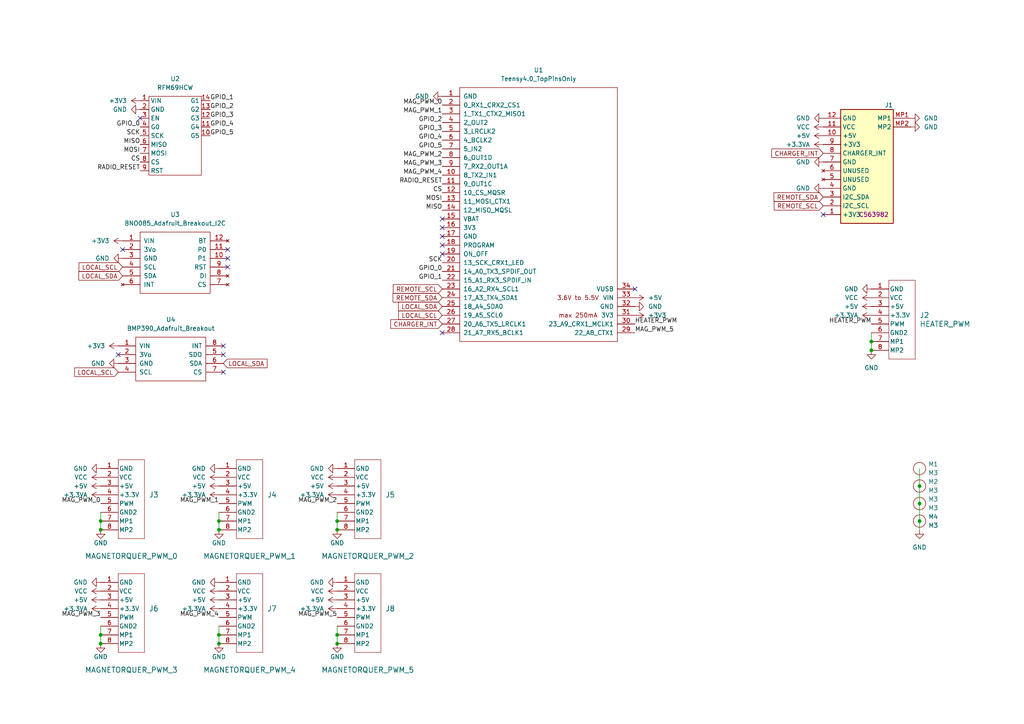
<source format=kicad_sch>
(kicad_sch (version 20230121) (generator eeschema)
  (paper "A4")
  (lib_symbols
    (symbol "Mounting Holes:Mounting_Hole_M3_ISO_7380" (in_bom no)
      (property "Reference" "M" (at 0 0 0))
      (symbol "Mounting_Hole_M3_ISO_7380_0_1"
        (circle (center 0 0) (radius 1.7961))
      )
      (symbol "Mounting_Hole_M3_ISO_7380_1_1"
        (pin passive line (at 0 0 0) (length 2.54) hide (name "Hole") (number "1"))
      )
    )
    (symbol "TVSC:BMP390_Adafruit_Breakout" (pin_names (offset 1.016))
      (property "Reference" "U" (at 0 36.83 0))
      (property "Value" "BMP390_Adafruit_Breakout" (at 0 20.32 0))
      (symbol "BMP390_Adafruit_Breakout_0_1"
        (rectangle (start -10.16 35.56) (end 10.16 22.86))
      )
      (symbol "BMP390_Adafruit_Breakout_1_0"
        (pin output line (at 15.24 30.48 180) (length 5.08) (name "SDO") (number "5"))
        (pin input line (at 15.24 27.94 180) (length 5.08) (name "SDA") (number "6"))
        (pin input line (at 15.24 25.4 180) (length 5.08) (name "CS") (number "7"))
        (pin output line (at 15.24 33.02 180) (length 5.08) (name "INT") (number "8"))
      )
      (symbol "BMP390_Adafruit_Breakout_1_1"
        (pin power_in line (at -15.24 33.02 0) (length 5.08) (name "VIN") (number "1"))
        (pin power_out line (at -15.24 30.48 0) (length 5.08) (name "3Vo") (number "2"))
        (pin power_in line (at -15.24 27.94 0) (length 5.08) (name "GND") (number "3"))
        (pin input line (at -15.24 25.4 0) (length 5.08) (name "SCL") (number "4"))
      )
    )
    (symbol "TVSC:BNO085_Adafruit_Breakout_I2C" (pin_names (offset 1.016))
      (property "Reference" "U" (at 0 39.37 0))
      (property "Value" "BNO085_Adafruit_Breakout_I2C" (at 0 16.51 0))
      (symbol "BNO085_Adafruit_Breakout_I2C_0_1"
        (rectangle (start -10.16 36.83) (end 10.16 19.05))
      )
      (symbol "BNO085_Adafruit_Breakout_I2C_1_0"
        (pin input line (at 15.24 29.21 180) (length 5.08) (name "P1") (number "10"))
        (pin input line (at 15.24 31.75 180) (length 5.08) (name "P0") (number "11"))
        (pin no_connect line (at 15.24 34.29 180) (length 5.08) (name "BT") (number "12"))
        (pin output line (at -15.24 24.13 0) (length 5.08) (name "SDA") (number "5"))
        (pin no_connect line (at -15.24 21.59 0) (length 5.08) (name "INT") (number "6"))
        (pin no_connect line (at 15.24 21.59 180) (length 5.08) (name "CS") (number "7"))
        (pin no_connect line (at 15.24 24.13 180) (length 5.08) (name "DI") (number "8"))
        (pin input line (at 15.24 26.67 180) (length 5.08) (name "RST") (number "9"))
      )
      (symbol "BNO085_Adafruit_Breakout_I2C_1_1"
        (pin power_in line (at -15.24 34.29 0) (length 5.08) (name "VIN") (number "1"))
        (pin power_out line (at -15.24 31.75 0) (length 5.08) (name "3Vo") (number "2"))
        (pin power_in line (at -15.24 29.21 0) (length 5.08) (name "GND") (number "3"))
        (pin input line (at -15.24 26.67 0) (length 5.08) (name "SCL") (number "4"))
      )
    )
    (symbol "TVSC:CPU_PWM_Header" (pin_names (offset 0.254))
      (property "Reference" "J" (at 0 12.7 0))
      (property "Value" "CPU_PWM_Header" (at 0 -12.7 0))
      (symbol "CPU_PWM_Header_1_1"
        (polyline (pts (xy -3.81 -11.43) (xy 3.81 -11.43)) (stroke (width 0.127)))
        (polyline (pts (xy -3.81 11.43) (xy -3.81 -11.43)) (stroke (width 0.127)))
        (polyline (pts (xy 3.81 -11.43) (xy 3.81 11.43)) (stroke (width 0.127)))
        (polyline (pts (xy 3.81 11.43) (xy -3.81 11.43)) (stroke (width 0.127)))
        (pin power_in line (at -8.89 8.89 0) (length 5.08) (name "GND") (number "1"))
        (pin power_in line (at -8.89 6.35 0) (length 5.08) (name "VCC") (number "2"))
        (pin power_in line (at -8.89 3.81 0) (length 5.08) (name "+5V") (number "3"))
        (pin power_in line (at -8.89 1.27 0) (length 5.08) (name "+3.3V") (number "4"))
        (pin input line (at -8.89 -1.27 0) (length 5.08) (name "PWM") (number "5"))
        (pin power_in line (at -8.89 -3.81 0) (length 5.08) (name "GND2") (number "6"))
        (pin passive line (at -8.89 -6.35 0) (length 5.08) (name "MP1") (number "7"))
        (pin passive line (at -8.89 -8.89 0) (length 5.08) (name "MP2") (number "8"))
      )
      (symbol "CPU_PWM_Header_1_2"
        (polyline (pts (xy 5.08 -20.32) (xy 12.7 -20.32)) (stroke (width 0.127)))
        (polyline (pts (xy 5.08 2.54) (xy 5.08 -20.32)) (stroke (width 0.127)))
        (polyline (pts (xy 7.62 -17.78) (xy 5.08 -17.78)) (stroke (width 0.127)))
        (polyline (pts (xy 7.62 -17.78) (xy 8.89 -18.6267)) (stroke (width 0.127)))
        (polyline (pts (xy 7.62 -17.78) (xy 8.89 -16.9333)) (stroke (width 0.127)))
        (polyline (pts (xy 7.62 -15.24) (xy 5.08 -15.24)) (stroke (width 0.127)))
        (polyline (pts (xy 7.62 -15.24) (xy 8.89 -16.0867)) (stroke (width 0.127)))
        (polyline (pts (xy 7.62 -15.24) (xy 8.89 -14.3933)) (stroke (width 0.127)))
        (polyline (pts (xy 7.62 -12.7) (xy 5.08 -12.7)) (stroke (width 0.127)))
        (polyline (pts (xy 7.62 -12.7) (xy 8.89 -13.5467)) (stroke (width 0.127)))
        (polyline (pts (xy 7.62 -12.7) (xy 8.89 -11.8533)) (stroke (width 0.127)))
        (polyline (pts (xy 7.62 -10.16) (xy 5.08 -10.16)) (stroke (width 0.127)))
        (polyline (pts (xy 7.62 -10.16) (xy 8.89 -11.0067)) (stroke (width 0.127)))
        (polyline (pts (xy 7.62 -10.16) (xy 8.89 -9.3133)) (stroke (width 0.127)))
        (polyline (pts (xy 7.62 -7.62) (xy 5.08 -7.62)) (stroke (width 0.127)))
        (polyline (pts (xy 7.62 -7.62) (xy 8.89 -8.4667)) (stroke (width 0.127)))
        (polyline (pts (xy 7.62 -7.62) (xy 8.89 -6.7733)) (stroke (width 0.127)))
        (polyline (pts (xy 7.62 -5.08) (xy 5.08 -5.08)) (stroke (width 0.127)))
        (polyline (pts (xy 7.62 -5.08) (xy 8.89 -5.9267)) (stroke (width 0.127)))
        (polyline (pts (xy 7.62 -5.08) (xy 8.89 -4.2333)) (stroke (width 0.127)))
        (polyline (pts (xy 7.62 -2.54) (xy 5.08 -2.54)) (stroke (width 0.127)))
        (polyline (pts (xy 7.62 -2.54) (xy 8.89 -3.3867)) (stroke (width 0.127)))
        (polyline (pts (xy 7.62 -2.54) (xy 8.89 -1.6933)) (stroke (width 0.127)))
        (polyline (pts (xy 7.62 0) (xy 5.08 0)) (stroke (width 0.127)))
        (polyline (pts (xy 7.62 0) (xy 8.89 -0.8467)) (stroke (width 0.127)))
        (polyline (pts (xy 7.62 0) (xy 8.89 0.8467)) (stroke (width 0.127)))
        (polyline (pts (xy 12.7 -20.32) (xy 12.7 2.54)) (stroke (width 0.127)))
        (polyline (pts (xy 12.7 2.54) (xy 5.08 2.54)) (stroke (width 0.127)))
        (pin unspecified line (at 0 0 0) (length 5.08) (name "1") (number "1"))
        (pin unspecified line (at 0 -2.54 0) (length 5.08) (name "2") (number "2"))
        (pin unspecified line (at 0 -5.08 0) (length 5.08) (name "3") (number "3"))
        (pin unspecified line (at 0 -7.62 0) (length 5.08) (name "4") (number "4"))
        (pin unspecified line (at 0 -10.16 0) (length 5.08) (name "5") (number "5"))
        (pin unspecified line (at 0 -12.7 0) (length 5.08) (name "6") (number "6"))
        (pin unspecified line (at 0 -15.24 0) (length 5.08) (name "7") (number "7"))
        (pin unspecified line (at 0 -17.78 0) (length 5.08) (name "8") (number "8"))
      )
    )
    (symbol "TVSC:Interconnect_Power_CPU-CPU_side"
      (property "Reference" "J" (at 20.32 3.81 0))
      (property "MPN" "C563982" (at 19.05 -27.94 0))
      (symbol "Interconnect_Power_CPU-CPU_side_1_1"
        (rectangle (start 5.08 2.54) (end 20.32 -30.48) (stroke (width 0.254)) (fill (type background)))
        (pin passive line (at 0 -27.94 0) (length 5.08) (name "+3V3") (number "1"))
        (pin power_out line (at 0 -5.08 0) (length 5.08) (name "+5V") (number "10"))
        (pin power_out line (at 0 -2.54 0) (length 5.08) (name "VCC") (number "11"))
        (pin power_out line (at 0 0 0) (length 5.08) (name "GND") (number "12"))
        (pin input line (at 0 -25.4 0) (length 5.08) (name "I2C_SCL") (number "2"))
        (pin bidirectional line (at 0 -22.86 0) (length 5.08) (name "I2C_SDA") (number "3"))
        (pin passive line (at 0 -20.32 0) (length 5.08) (name "GND") (number "4"))
        (pin no_connect line (at 0 -17.78 0) (length 5.08) (name "UNUSED") (number "5"))
        (pin no_connect line (at 0 -15.24 0) (length 5.08) (name "UNUSED") (number "6"))
        (pin passive line (at 0 -12.7 0) (length 5.08) (name "GND") (number "7"))
        (pin output line (at 0 -10.16 0) (length 5.08) (name "CHARGER_INT") (number "8"))
        (pin power_out line (at 0 -7.62 0) (length 5.08) (name "+3V3") (number "9"))
        (pin power_in line (at 25.4 0 180) (length 5.08) (name "MP1") (number "MP1"))
        (pin power_in line (at 25.4 -2.54 180) (length 5.08) (name "MP2") (number "MP2"))
      )
    )
    (symbol "TVSC:RFM69HCW_Adafruit_Breakout"
      (property "Reference" "U" (at 0 0 0))
      (property "Value" "RFM69HCW" (at 0 12.7 0))
      (symbol "RFM69HCW_Adafruit_Breakout_0_1"
        (rectangle (start -7.62 10.16) (end 7.62 -12.7))
      )
      (symbol "RFM69HCW_Adafruit_Breakout_1_1"
        (pin power_in line (at -10.16 8.89 0) (length 2.54) (name "VIN") (number "1"))
        (pin bidirectional line (at 10.16 -1.27 180) (length 2.54) (name "G5") (number "10"))
        (pin bidirectional line (at 10.16 1.27 180) (length 2.54) (name "G4") (number "11"))
        (pin bidirectional line (at 10.16 3.81 180) (length 2.54) (name "G3") (number "12"))
        (pin bidirectional line (at 10.16 6.35 180) (length 2.54) (name "G2") (number "13"))
        (pin bidirectional line (at 10.16 8.89 180) (length 2.54) (name "G1") (number "14"))
        (pin power_in line (at -10.16 6.35 0) (length 2.54) (name "GND") (number "2"))
        (pin open_collector line (at -10.16 3.81 0) (length 2.54) (name "EN") (number "3"))
        (pin bidirectional line (at -10.16 1.27 0) (length 2.54) (name "G0") (number "4"))
        (pin input line (at -10.16 -1.27 0) (length 2.54) (name "SCK") (number "5"))
        (pin output line (at -10.16 -3.81 0) (length 2.54) (name "MISO") (number "6"))
        (pin input line (at -10.16 -6.35 0) (length 2.54) (name "MOSI") (number "7"))
        (pin input line (at -10.16 -8.89 0) (length 2.54) (name "CS") (number "8"))
        (pin open_collector line (at -10.16 -11.43 0) (length 2.54) (name "RST") (number "9"))
      )
    )
    (symbol "TVSC:Teensy4.0_TopPinsOnly" (pin_names (offset 1.016))
      (property "Reference" "U" (at 0 38.1 0))
      (property "Value" "Teensy4.0_TopPinsOnly" (at 0 -39.37 0))
      (symbol "Teensy4.0_TopPinsOnly_0_0"
        (text "3.6V to 5.5V" (at 11.43 -24.13 0) (effects (font (size 1.27 1.27))))
        (text "max 250mA" (at 11.43 -29.21 0) (effects (font (size 1.27 1.27))))
        (pin bidirectional line (at -27.94 11.43 0) (length 5.08) (name "8_TX2_IN1") (number "10"))
        (pin bidirectional line (at -27.94 8.89 0) (length 5.08) (name "9_OUT1C") (number "11"))
        (pin bidirectional line (at -27.94 6.35 0) (length 5.08) (name "10_CS_MQSR") (number "12"))
        (pin bidirectional line (at -27.94 3.81 0) (length 5.08) (name "11_MOSI_CTX1") (number "13"))
        (pin bidirectional line (at -27.94 1.27 0) (length 5.08) (name "12_MISO_MQSL") (number "14"))
        (pin power_in line (at -27.94 -1.27 0) (length 5.08) (name "VBAT") (number "15"))
        (pin power_in line (at -27.94 -3.81 0) (length 5.08) (name "3V3") (number "16"))
        (pin power_in line (at -27.94 -6.35 0) (length 5.08) (name "GND") (number "17"))
        (pin input line (at -27.94 -8.89 0) (length 5.08) (name "PROGRAM") (number "18"))
        (pin input line (at -27.94 -11.43 0) (length 5.08) (name "ON_OFF") (number "19"))
        (pin bidirectional line (at -27.94 -13.97 0) (length 5.08) (name "13_SCK_CRX1_LED") (number "20"))
        (pin bidirectional line (at -27.94 -16.51 0) (length 5.08) (name "14_A0_TX3_SPDIF_OUT") (number "21"))
        (pin bidirectional line (at -27.94 -19.05 0) (length 5.08) (name "15_A1_RX3_SPDIF_IN") (number "22"))
        (pin bidirectional line (at -27.94 -21.59 0) (length 5.08) (name "16_A2_RX4_SCL1") (number "23"))
        (pin bidirectional line (at -27.94 -24.13 0) (length 5.08) (name "17_A3_TX4_SDA1") (number "24"))
        (pin bidirectional line (at -27.94 -26.67 0) (length 5.08) (name "18_A4_SDA0") (number "25"))
        (pin bidirectional line (at -27.94 -29.21 0) (length 5.08) (name "19_A5_SCL0") (number "26"))
        (pin bidirectional line (at -27.94 -31.75 0) (length 5.08) (name "20_A6_TX5_LRCLK1") (number "27"))
        (pin bidirectional line (at -27.94 -34.29 0) (length 5.08) (name "21_A7_RX5_BCLK1") (number "28"))
        (pin bidirectional line (at 27.94 -34.29 180) (length 5.08) (name "22_A8_CTX1") (number "29"))
        (pin bidirectional line (at 27.94 -31.75 180) (length 5.08) (name "23_A9_CRX1_MCLK1") (number "30"))
        (pin power_out line (at 27.94 -29.21 180) (length 5.08) (name "3V3") (number "31"))
        (pin power_in line (at 27.94 -26.67 180) (length 5.08) (name "GND") (number "32"))
        (pin power_in line (at 27.94 -24.13 180) (length 5.08) (name "VIN") (number "33"))
        (pin power_out line (at 27.94 -21.59 180) (length 5.08) (name "VUSB") (number "34"))
        (pin bidirectional line (at -27.94 24.13 0) (length 5.08) (name "3_LRCLK2") (number "5"))
        (pin bidirectional line (at -27.94 21.59 0) (length 5.08) (name "4_BCLK2") (number "6"))
        (pin bidirectional line (at -27.94 19.05 0) (length 5.08) (name "5_IN2") (number "7"))
        (pin bidirectional line (at -27.94 16.51 0) (length 5.08) (name "6_OUT1D") (number "8"))
        (pin bidirectional line (at -27.94 13.97 0) (length 5.08) (name "7_RX2_OUT1A") (number "9"))
      )
      (symbol "Teensy4.0_TopPinsOnly_0_1"
        (rectangle (start -22.86 36.83) (end 22.86 -36.83))
        (rectangle (start -20.32 -31.75) (end -20.32 -31.75))
      )
      (symbol "Teensy4.0_TopPinsOnly_1_1"
        (pin power_in line (at -27.94 34.29 0) (length 5.08) (name "GND") (number "1"))
        (pin bidirectional line (at -27.94 31.75 0) (length 5.08) (name "0_RX1_CRX2_CS1") (number "2"))
        (pin bidirectional line (at -27.94 29.21 0) (length 5.08) (name "1_TX1_CTX2_MISO1") (number "3"))
        (pin bidirectional line (at -27.94 26.67 0) (length 5.08) (name "2_OUT2") (number "4"))
      )
    )
    (symbol "power:+3.3VA" (power) (pin_names (offset 0))
      (property "Value" "+3.3VA" (at 0 3.556 0))
      (symbol "+3.3VA_0_1"
        (polyline (pts (xy -0.762 1.27) (xy 0 2.54)))
        (polyline (pts (xy 0 0) (xy 0 2.54)))
        (polyline (pts (xy 0 2.54) (xy 0.762 1.27)))
      )
      (symbol "+3.3VA_1_1"
        (pin power_in line (at 0 0 90) (length 0) hide (name "+3.3VA") (number "1"))
      )
    )
    (symbol "power:+3V3" (power) (pin_names (offset 0))
      (property "Value" "+3V3" (at 0 3.556 0))
      (symbol "+3V3_0_1"
        (polyline (pts (xy -0.762 1.27) (xy 0 2.54)))
        (polyline (pts (xy 0 0) (xy 0 2.54)))
        (polyline (pts (xy 0 2.54) (xy 0.762 1.27)))
      )
      (symbol "+3V3_1_1"
        (pin power_in line (at 0 0 90) (length 0) hide (name "+3V3") (number "1"))
      )
    )
    (symbol "power:+5V" (power) (pin_names (offset 0))
      (property "Value" "+5V" (at 0 3.556 0))
      (symbol "+5V_0_1"
        (polyline (pts (xy -0.762 1.27) (xy 0 2.54)))
        (polyline (pts (xy 0 0) (xy 0 2.54)))
        (polyline (pts (xy 0 2.54) (xy 0.762 1.27)))
      )
      (symbol "+5V_1_1"
        (pin power_in line (at 0 0 90) (length 0) hide (name "+5V") (number "1"))
      )
    )
    (symbol "power:GND" (power) (pin_names (offset 0))
      (property "Value" "GND" (at 0 -3.81 0))
      (symbol "GND_0_1"
        (polyline (pts (xy 0 0) (xy 0 -1.27) (xy 1.27 -1.27) (xy 0 -2.54) (xy -1.27 -1.27) (xy 0 -1.27)))
      )
      (symbol "GND_1_1"
        (pin power_in line (at 0 0 270) (length 0) hide (name "GND") (number "1"))
      )
    )
    (symbol "power:VCC" (power) (pin_names (offset 0))
      (property "Value" "VCC" (at 0 3.81 0))
      (symbol "VCC_0_1"
        (polyline (pts (xy -0.762 1.27) (xy 0 2.54)))
        (polyline (pts (xy 0 0) (xy 0 2.54)))
        (polyline (pts (xy 0 2.54) (xy 0.762 1.27)))
      )
      (symbol "VCC_1_1"
        (pin power_in line (at 0 0 90) (length 0) hide (name "VCC") (number "1"))
      )
    )
  )
  (junction (at 252.73 101.6))
  (junction (at 266.7 151.13))
  (junction (at 97.79 153.67))
  (junction (at 29.21 151.13))
  (junction (at 63.5 186.69))
  (junction (at 63.5 151.13))
  (junction (at 266.7 146.05))
  (junction (at 29.21 153.67))
  (junction (at 252.73 99.06))
  (junction (at 29.21 186.69))
  (junction (at 29.21 184.15))
  (junction (at 97.79 186.69))
  (junction (at 63.5 153.67))
  (junction (at 63.5 184.15))
  (junction (at 97.79 184.15))
  (junction (at 266.7 140.97))
  (junction (at 97.79 151.13))
  (no_connect (at 66.04 74.93))
  (no_connect (at 64.77 107.95))
  (no_connect (at 66.04 77.47))
  (no_connect (at 238.76 62.23))
  (no_connect (at 184.15 83.82))
  (no_connect (at 128.27 66.04))
  (no_connect (at 35.56 72.39))
  (no_connect (at 128.27 63.5))
  (no_connect (at 66.04 72.39))
  (no_connect (at 34.29 102.87))
  (no_connect (at 64.77 102.87))
  (no_connect (at 128.27 73.66))
  (no_connect (at 40.64 34.29))
  (no_connect (at 128.27 68.58))
  (no_connect (at 128.27 96.52))
  (no_connect (at 64.77 100.33))
  (no_connect (at 128.27 71.12))
  (wire (pts (xy 63.5 181.61) (xy 63.5 184.15)))
  (wire (pts (xy 63.5 184.15) (xy 63.5 186.69)))
  (wire (pts (xy 252.73 101.6) (xy 252.73 99.06)))
  (wire (pts (xy 29.21 148.59) (xy 29.21 151.13)))
  (wire (pts (xy 266.7 151.13) (xy 266.7 153.67)))
  (wire (pts (xy 266.7 146.05) (xy 266.7 151.13)))
  (wire (pts (xy 97.79 148.59) (xy 97.79 151.13)))
  (wire (pts (xy 266.7 140.97) (xy 266.7 146.05)))
  (wire (pts (xy 97.79 181.61) (xy 97.79 184.15)))
  (wire (pts (xy 266.7 135.89) (xy 266.7 140.97)))
  (wire (pts (xy 29.21 151.13) (xy 29.21 153.67)))
  (wire (pts (xy 63.5 148.59) (xy 63.5 151.13)))
  (wire (pts (xy 97.79 184.15) (xy 97.79 186.69)))
  (wire (pts (xy 97.79 151.13) (xy 97.79 153.67)))
  (wire (pts (xy 63.5 151.13) (xy 63.5 153.67)))
  (wire (pts (xy 29.21 184.15) (xy 29.21 186.69)))
  (wire (pts (xy 252.73 99.06) (xy 252.73 96.52)))
  (wire (pts (xy 29.21 181.61) (xy 29.21 184.15)))
  (label "MAG_PWM_5" (at 184.15 96.52 0))
  (label "MAG_PWM_3" (at 29.21 179.07 180))
  (label "SCK" (at 40.64 39.37 180))
  (label "RADIO_RESET" (at 40.64 49.53 180))
  (label "MAG_PWM_0" (at 128.27 30.48 180))
  (label "MAG_PWM_5" (at 97.79 179.07 180))
  (label "MAG_PWM_3" (at 128.27 48.26 180))
  (label "MAG_PWM_2" (at 97.79 146.05 180))
  (label "MOSI" (at 40.64 44.45 180))
  (label "GPIO_1" (at 60.96 29.21 0))
  (label "GPIO_5" (at 60.96 39.37 0))
  (label "MAG_PWM_4" (at 128.27 50.8 180))
  (label "GPIO_2" (at 60.96 31.75 0))
  (label "GPIO_4" (at 60.96 36.83 0))
  (label "MAG_PWM_1" (at 63.5 146.05 180))
  (label "GPIO_2" (at 128.27 35.56 180))
  (label "HEATER_PWM" (at 184.15 93.98 0))
  (label "GPIO_5" (at 128.27 43.18 180))
  (label "MAG_PWM_0" (at 29.21 146.05 180))
  (label "MISO" (at 128.27 60.96 180))
  (label "MAG_PWM_1" (at 128.27 33.02 180))
  (label "CS" (at 128.27 55.88 180))
  (label "GPIO_0" (at 128.27 78.74 180))
  (label "MAG_PWM_4" (at 63.5 179.07 180))
  (label "SCK" (at 128.27 76.2 180))
  (label "GPIO_4" (at 128.27 40.64 180))
  (label "HEATER_PWM" (at 252.73 93.98 180))
  (label "MOSI" (at 128.27 58.42 180))
  (label "CS" (at 40.64 46.99 180))
  (label "GPIO_3" (at 128.27 38.1 180))
  (label "MISO" (at 40.64 41.91 180))
  (label "GPIO_3" (at 60.96 34.29 0))
  (label "RADIO_RESET" (at 128.27 53.34 180))
  (label "GPIO_1" (at 128.27 81.28 180))
  (label "GPIO_0" (at 40.64 36.83 180))
  (label "MAG_PWM_2" (at 128.27 45.72 180))
  (global_label "CHARGER_INT" (shape input) (at 238.76 44.45 180) (property "Intersheetrefs" "${INTERSHEET_REFS}" (effects hide)))
  (global_label "LOCAL_SCL" (shape input) (at 35.56 77.47 180) (property "Intersheetrefs" "${INTERSHEET_REFS}" (effects hide)))
  (global_label "LOCAL_SDA" (shape input) (at 35.56 80.01 180) (property "Intersheetrefs" "${INTERSHEET_REFS}" (effects hide)))
  (global_label "LOCAL_SCL" (shape input) (at 128.27 91.44 180) (property "Intersheetrefs" "${INTERSHEET_REFS}" (effects hide)))
  (global_label "REMOTE_SDA" (shape input) (at 128.27 86.36 180) (property "Intersheetrefs" "${INTERSHEET_REFS}" (effects hide)))
  (global_label "REMOTE_SCL" (shape input) (at 238.76 59.69 180) (property "Intersheetrefs" "${INTERSHEET_REFS}" (effects hide)))
  (global_label "LOCAL_SDA" (shape input) (at 64.77 105.41 0) (property "Intersheetrefs" "${INTERSHEET_REFS}" (effects hide)))
  (global_label "LOCAL_SCL" (shape input) (at 34.29 107.95 180) (property "Intersheetrefs" "${INTERSHEET_REFS}" (effects hide)))
  (global_label "LOCAL_SDA" (shape input) (at 128.27 88.9 180) (property "Intersheetrefs" "${INTERSHEET_REFS}" (effects hide)))
  (global_label "CHARGER_INT" (shape input) (at 128.27 93.98 180) (property "Intersheetrefs" "${INTERSHEET_REFS}" (effects hide)))
  (global_label "REMOTE_SDA" (shape input) (at 238.76 57.15 180) (property "Intersheetrefs" "${INTERSHEET_REFS}" (effects hide)))
  (global_label "REMOTE_SCL" (shape input) (at 128.27 83.82 180) (property "Intersheetrefs" "${INTERSHEET_REFS}" (effects hide)))
  (symbol (lib_id "power:VCC") (at 63.5 138.43 90) (unit 1)
    (property "Reference" "#PWR020" (effects hide))
    (property "Value" "VCC" (at 59.69 138.43 90) (effects (justify left)))
  )
  (symbol (lib_id "power:GND") (at 264.16 34.29 90) (unit 1)
    (property "Reference" "#PWR0108" (effects hide))
    (property "Value" "GND" (at 267.97 34.29 90) (effects (justify right)))
  )
  (symbol (lib_id "power:GND") (at 40.64 31.75 270) (unit 1)
    (property "Reference" "#PWR0111" (effects hide))
    (property "Value" "GND" (at 36.83 31.75 90) (effects (justify right)))
  )
  (symbol (lib_id "power:GND") (at 97.79 153.67 0) (unit 1)
    (property "Reference" "#PWR028" (effects hide))
    (property "Value" "GND" (at 97.79 157.48 0))
  )
  (symbol (lib_id "power:+5V") (at 29.21 173.99 90) (unit 1)
    (property "Reference" "#PWR031" (effects hide))
    (property "Value" "+5V" (at 25.4 173.99 90) (effects (justify left)))
  )
  (symbol (lib_id "power:GND") (at 128.27 27.94 270) (unit 1)
    (property "Reference" "#PWR0110" (effects hide))
    (property "Value" "GND" (at 124.46 27.94 90) (effects (justify right)))
  )
  (symbol (lib_id "power:+3.3VA") (at 97.79 143.51 90) (unit 1)
    (property "Reference" "#PWR027" (effects hide))
    (property "Value" "+3.3VA" (at 93.98 143.51 90) (effects (justify left)))
  )
  (symbol (lib_id "TVSC:BNO085_Adafruit_Breakout_I2C") (at 50.8 104.14 0) (unit 1)
    (property "Reference" "U3" (at 50.8 62.23 0))
    (property "Value" "BNO085_Adafruit_Breakout_I2C" (at 50.8 64.77 0))
    (property "Footprint" "footprints:BNO085_Adafruit_Breakout" (effects hide))
  )
  (symbol (lib_id "power:GND") (at 252.73 83.82 270) (unit 1)
    (property "Reference" "#PWR08" (effects hide))
    (property "Value" "GND" (at 248.92 83.82 90) (effects (justify right)))
  )
  (symbol (lib_id "power:GND") (at 35.56 74.93 270) (unit 1)
    (property "Reference" "#PWR01" (effects hide))
    (property "Value" "GND" (at 31.75 74.93 90) (effects (justify right)))
  )
  (symbol (lib_id "power:GND") (at 97.79 186.69 0) (unit 1)
    (property "Reference" "#PWR043" (effects hide))
    (property "Value" "GND" (at 97.79 190.5 0))
  )
  (symbol (lib_id "power:+3.3VA") (at 238.76 41.91 90) (unit 1)
    (property "Reference" "#PWR07" (effects hide))
    (property "Value" "+3.3VA" (at 234.95 41.91 90) (effects (justify left)))
  )
  (symbol (lib_id "power:+5V") (at 238.76 39.37 90) (unit 1)
    (property "Reference" "#PWR044" (effects hide))
    (property "Value" "+5V" (at 234.95 39.37 90) (effects (justify left)))
  )
  (symbol (lib_id "power:GND") (at 266.7 153.67 0) (unit 1)
    (property "Reference" "#PWR05" (effects hide))
    (property "Value" "GND" (at 266.7 158.75 0))
  )
  (symbol (lib_id "TVSC:CPU_PWM_Header") (at 106.68 177.8 0) (unit 1)
    (property "Reference" "J8" (at 111.76 176.53 0) (effects (font (size 1.524 1.524)) (justify left)))
    (property "Value" "MAGNETORQUER_PWM_5" (at 106.68 194.31 0) (effects (font (size 1.524 1.524))))
    (property "Footprint" "footprints:Molex_5013310607" (effects hide))
    (property "Datasheet" "https://www.molex.com/en-us/products/part-detail/5013310607" (effects hide))
    (property "MPN" "C587861" (effects hide))
    (property "Manufacturer" "Molex" (effects hide))
    (property "Manufacturer Part Number" "5013310607" (effects hide))
  )
  (symbol (lib_id "TVSC:CPU_PWM_Header") (at 72.39 177.8 0) (unit 1)
    (property "Reference" "J7" (at 77.47 176.53 0) (effects (font (size 1.524 1.524)) (justify left)))
    (property "Value" "MAGNETORQUER_PWM_4" (at 72.39 194.31 0) (effects (font (size 1.524 1.524))))
    (property "Footprint" "footprints:Molex_5013310607" (effects hide))
    (property "Datasheet" "https://www.molex.com/en-us/products/part-detail/5013310607" (effects hide))
    (property "MPN" "C587861" (effects hide))
    (property "Manufacturer" "Molex" (effects hide))
    (property "Manufacturer Part Number" "5013310607" (effects hide))
  )
  (symbol (lib_id "power:+5V") (at 97.79 140.97 90) (unit 1)
    (property "Reference" "#PWR026" (effects hide))
    (property "Value" "+5V" (at 93.98 140.97 90) (effects (justify left)))
  )
  (symbol (lib_id "power:GND") (at 63.5 135.89 270) (unit 1)
    (property "Reference" "#PWR019" (effects hide))
    (property "Value" "GND" (at 59.69 135.89 90) (effects (justify right)))
  )
  (symbol (lib_id "power:+3V3") (at 184.15 91.44 270) (unit 1)
    (property "Reference" "#PWR0106" (effects hide))
    (property "Value" "+3V3" (at 187.96 91.44 90) (effects (justify left)))
  )
  (symbol (lib_id "power:GND") (at 238.76 34.29 270) (unit 1)
    (property "Reference" "#PWR045" (effects hide))
    (property "Value" "GND" (at 234.95 34.29 90) (effects (justify right)))
  )
  (symbol (lib_id "power:+3.3VA") (at 63.5 176.53 90) (unit 1)
    (property "Reference" "#PWR037" (effects hide))
    (property "Value" "+3.3VA" (at 59.69 176.53 90) (effects (justify left)))
  )
  (symbol (lib_id "TVSC:CPU_PWM_Header") (at 38.1 144.78 0) (unit 1)
    (property "Reference" "J3" (at 43.18 143.51 0) (effects (font (size 1.524 1.524)) (justify left)))
    (property "Value" "MAGNETORQUER_PWM_0" (at 38.1 161.29 0) (effects (font (size 1.524 1.524))))
    (property "Footprint" "footprints:Molex_5013310607" (effects hide))
    (property "Datasheet" "https://www.molex.com/en-us/products/part-detail/5013310607" (effects hide))
    (property "MPN" "C587861" (effects hide))
    (property "Manufacturer" "Molex" (effects hide))
    (property "Manufacturer Part Number" "5013310607" (effects hide))
  )
  (symbol (lib_id "TVSC:CPU_PWM_Header") (at 261.62 92.71 0) (unit 1)
    (property "Reference" "J2" (at 266.7 91.44 0) (effects (font (size 1.524 1.524)) (justify left)))
    (property "Value" "HEATER_PWM" (at 266.7 93.98 0) (effects (font (size 1.524 1.524)) (justify left)))
    (property "Footprint" "footprints:Molex_5013310607" (effects hide))
    (property "Datasheet" "https://www.molex.com/en-us/products/part-detail/5013310607" (effects hide))
    (property "MPN" "C587861" (effects hide))
    (property "Manufacturer" "Molex" (effects hide))
    (property "Manufacturer Part Number" "5013310607" (effects hide))
  )
  (symbol (lib_id "TVSC:Teensy4.0_TopPinsOnly") (at 156.21 62.23 0) (unit 1)
    (property "Reference" "U1" (at 156.21 20.32 0))
    (property "Value" "Teensy4.0_TopPinsOnly" (at 156.21 22.86 0))
    (property "Footprint" "footprints:Teensy40_TopPinsOnly" (effects hide))
  )
  (symbol (lib_id "power:VCC") (at 252.73 86.36 90) (unit 1)
    (property "Reference" "#PWR012" (effects hide))
    (property "Value" "VCC" (at 248.92 86.36 90) (effects (justify left)))
  )
  (symbol (lib_id "Mounting Holes:Mounting_Hole_M3_ISO_7380") (at 266.7 151.13 0) (unit 1) (in_bom no)
    (property "Reference" "M4" (at 269.24 149.86 0) (effects (justify left)))
    (property "Value" "M3" (at 269.24 152.4 0) (effects (justify left)))
    (property "Footprint" "MountingHole:MountingHole_3.2mm_M3_ISO7380_Pad_TopBottom" (effects hide))
  )
  (symbol (lib_id "power:GND") (at 63.5 168.91 270) (unit 1)
    (property "Reference" "#PWR034" (effects hide))
    (property "Value" "GND" (at 59.69 168.91 90) (effects (justify right)))
  )
  (symbol (lib_id "power:+3.3VA") (at 63.5 143.51 90) (unit 1)
    (property "Reference" "#PWR022" (effects hide))
    (property "Value" "+3.3VA" (at 59.69 143.51 90) (effects (justify left)))
  )
  (symbol (lib_id "power:VCC") (at 29.21 171.45 90) (unit 1)
    (property "Reference" "#PWR030" (effects hide))
    (property "Value" "VCC" (at 25.4 171.45 90) (effects (justify left)))
  )
  (symbol (lib_id "power:GND") (at 34.29 105.41 270) (unit 1)
    (property "Reference" "#PWR04" (effects hide))
    (property "Value" "GND" (at 30.48 105.41 90) (effects (justify right)))
  )
  (symbol (lib_id "power:VCC") (at 29.21 138.43 90) (unit 1)
    (property "Reference" "#PWR015" (effects hide))
    (property "Value" "VCC" (at 25.4 138.43 90) (effects (justify left)))
  )
  (symbol (lib_id "power:GND") (at 97.79 168.91 270) (unit 1)
    (property "Reference" "#PWR039" (effects hide))
    (property "Value" "GND" (at 93.98 168.91 90) (effects (justify right)))
  )
  (symbol (lib_id "TVSC:CPU_PWM_Header") (at 106.68 144.78 0) (unit 1)
    (property "Reference" "J5" (at 111.76 143.51 0) (effects (font (size 1.524 1.524)) (justify left)))
    (property "Value" "MAGNETORQUER_PWM_2" (at 106.68 161.29 0) (effects (font (size 1.524 1.524))))
    (property "Footprint" "footprints:Molex_5013310607" (effects hide))
    (property "Datasheet" "https://www.molex.com/en-us/products/part-detail/5013310607" (effects hide))
    (property "MPN" "C587861" (effects hide))
    (property "Manufacturer" "Molex" (effects hide))
    (property "Manufacturer Part Number" "5013310607" (effects hide))
  )
  (symbol (lib_id "power:+5V") (at 63.5 173.99 90) (unit 1)
    (property "Reference" "#PWR036" (effects hide))
    (property "Value" "+5V" (at 59.69 173.99 90) (effects (justify left)))
  )
  (symbol (lib_id "power:+5V") (at 252.73 88.9 90) (unit 1)
    (property "Reference" "#PWR011" (effects hide))
    (property "Value" "+5V" (at 248.92 88.9 90) (effects (justify left)))
  )
  (symbol (lib_id "power:GND") (at 252.73 101.6 0) (unit 1)
    (property "Reference" "#PWR09" (effects hide))
    (property "Value" "GND" (at 252.73 106.68 0))
  )
  (symbol (lib_id "power:VCC") (at 97.79 138.43 90) (unit 1)
    (property "Reference" "#PWR025" (effects hide))
    (property "Value" "VCC" (at 93.98 138.43 90) (effects (justify left)))
  )
  (symbol (lib_id "power:GND") (at 29.21 186.69 0) (unit 1)
    (property "Reference" "#PWR033" (effects hide))
    (property "Value" "GND" (at 29.21 190.5 0))
  )
  (symbol (lib_id "Mounting Holes:Mounting_Hole_M3_ISO_7380") (at 266.7 135.89 0) (unit 1) (in_bom no)
    (property "Reference" "M1" (at 269.24 134.62 0) (effects (justify left)))
    (property "Value" "M3" (at 269.24 137.16 0) (effects (justify left)))
    (property "Footprint" "MountingHole:MountingHole_3.2mm_M3_ISO7380_Pad_TopBottom" (effects hide))
  )
  (symbol (lib_id "power:GND") (at 238.76 54.61 270) (unit 1)
    (property "Reference" "#PWR047" (effects hide))
    (property "Value" "GND" (at 234.95 54.61 90) (effects (justify right)))
  )
  (symbol (lib_id "power:GND") (at 29.21 168.91 270) (unit 1)
    (property "Reference" "#PWR029" (effects hide))
    (property "Value" "GND" (at 25.4 168.91 90) (effects (justify right)))
  )
  (symbol (lib_id "power:VCC") (at 238.76 36.83 90) (unit 1)
    (property "Reference" "#PWR06" (effects hide))
    (property "Value" "VCC" (at 234.95 36.83 90) (effects (justify left)))
  )
  (symbol (lib_id "TVSC:BMP390_Adafruit_Breakout") (at 49.53 133.35 0) (unit 1)
    (property "Reference" "U4" (at 49.53 92.71 0))
    (property "Value" "BMP390_Adafruit_Breakout" (at 49.53 95.25 0))
    (property "Footprint" "footprints:BMP390_Adafruit_Breakout" (effects hide))
  )
  (symbol (lib_id "TVSC:CPU_PWM_Header") (at 38.1 177.8 0) (unit 1)
    (property "Reference" "J6" (at 43.18 176.53 0) (effects (font (size 1.524 1.524)) (justify left)))
    (property "Value" "MAGNETORQUER_PWM_3" (at 38.1 194.31 0) (effects (font (size 1.524 1.524))))
    (property "Footprint" "footprints:Molex_5013310607" (effects hide))
    (property "Datasheet" "https://www.molex.com/en-us/products/part-detail/5013310607" (effects hide))
    (property "MPN" "C587861" (effects hide))
    (property "Manufacturer" "Molex" (effects hide))
    (property "Manufacturer Part Number" "5013310607" (effects hide))
  )
  (symbol (lib_id "power:+3.3VA") (at 29.21 176.53 90) (unit 1)
    (property "Reference" "#PWR032" (effects hide))
    (property "Value" "+3.3VA" (at 25.4 176.53 90) (effects (justify left)))
  )
  (symbol (lib_id "power:GND") (at 97.79 135.89 270) (unit 1)
    (property "Reference" "#PWR024" (effects hide))
    (property "Value" "GND" (at 93.98 135.89 90) (effects (justify right)))
  )
  (symbol (lib_id "power:+3V3") (at 40.64 29.21 90) (unit 1)
    (property "Reference" "#PWR0112" (effects hide))
    (property "Value" "+3V3" (at 36.83 29.21 90) (effects (justify left)))
  )
  (symbol (lib_id "power:GND") (at 63.5 186.69 0) (unit 1)
    (property "Reference" "#PWR038" (effects hide))
    (property "Value" "GND" (at 63.5 190.5 0))
  )
  (symbol (lib_id "power:GND") (at 29.21 135.89 270) (unit 1)
    (property "Reference" "#PWR014" (effects hide))
    (property "Value" "GND" (at 25.4 135.89 90) (effects (justify right)))
  )
  (symbol (lib_id "power:+5V") (at 29.21 140.97 90) (unit 1)
    (property "Reference" "#PWR016" (effects hide))
    (property "Value" "+5V" (at 25.4 140.97 90) (effects (justify left)))
  )
  (symbol (lib_id "power:+3.3VA") (at 97.79 176.53 90) (unit 1)
    (property "Reference" "#PWR042" (effects hide))
    (property "Value" "+3.3VA" (at 93.98 176.53 90) (effects (justify left)))
  )
  (symbol (lib_id "Mounting Holes:Mounting_Hole_M3_ISO_7380") (at 266.7 146.05 0) (unit 1) (in_bom no)
    (property "Reference" "M3" (at 269.24 144.78 0) (effects (justify left)))
    (property "Value" "M3" (at 269.24 147.32 0) (effects (justify left)))
    (property "Footprint" "MountingHole:MountingHole_3.2mm_M3_ISO7380_Pad_TopBottom" (effects hide))
  )
  (symbol (lib_id "power:GND") (at 29.21 153.67 0) (unit 1)
    (property "Reference" "#PWR018" (effects hide))
    (property "Value" "GND" (at 29.21 157.48 0))
  )
  (symbol (lib_id "power:VCC") (at 63.5 171.45 90) (unit 1)
    (property "Reference" "#PWR035" (effects hide))
    (property "Value" "VCC" (at 59.69 171.45 90) (effects (justify left)))
  )
  (symbol (lib_id "power:GND") (at 184.15 88.9 90) (unit 1)
    (property "Reference" "#PWR0105" (effects hide))
    (property "Value" "GND" (at 187.96 88.9 90) (effects (justify right)))
  )
  (symbol (lib_id "TVSC:RFM69HCW_Adafruit_Breakout") (at 50.8 38.1 0) (unit 1)
    (property "Reference" "U2" (at 50.8 22.86 0))
    (property "Value" "RFM69HCW" (at 50.8 25.4 0))
    (property "Footprint" "footprints:RFM69HCW_Adafruit_Breakout" (effects hide))
    (property "Datasheet" "https://learn.adafruit.com/adafruit-rfm69hcw-and-rfm96-rfm95-rfm98-lora-packet-padio-breakouts/overview" (effects hide))
  )
  (symbol (lib_id "power:+5V") (at 184.15 86.36 270) (unit 1)
    (property "Reference" "#PWR010" (effects hide))
    (property "Value" "+5V" (at 187.96 86.36 90) (effects (justify left)))
  )
  (symbol (lib_id "power:+5V") (at 63.5 140.97 90) (unit 1)
    (property "Reference" "#PWR021" (effects hide))
    (property "Value" "+5V" (at 59.69 140.97 90) (effects (justify left)))
  )
  (symbol (lib_id "power:+3.3VA") (at 29.21 143.51 90) (unit 1)
    (property "Reference" "#PWR017" (effects hide))
    (property "Value" "+3.3VA" (at 25.4 143.51 90) (effects (justify left)))
  )
  (symbol (lib_id "power:GND") (at 264.16 36.83 90) (unit 1)
    (property "Reference" "#PWR0109" (effects hide))
    (property "Value" "GND" (at 267.97 36.83 90) (effects (justify right)))
  )
  (symbol (lib_id "TVSC:Interconnect_Power_CPU-CPU_side") (at 238.76 34.29 0) (unit 1)
    (property "Reference" "J1" (at 257.81 30.48 0))
    (property "Value" "Interconnect_Power_CPU-Power_side" (effects hide))
    (property "Footprint" "footprints:5040501291" (effects hide))
    (property "Datasheet" "https://www.molex.com/en-us/products/part-detail/5040501291" (effects hide))
    (property "MPN" "C563982" (at 257.81 62.23 0) (effects (justify right)))
    (property "Manufacturer" "Molex" (effects hide))
    (property "Manufacturer Part Number" "504050-1291" (effects hide))
  )
  (symbol (lib_id "Mounting Holes:Mounting_Hole_M3_ISO_7380") (at 266.7 140.97 0) (unit 1) (in_bom no)
    (property "Reference" "M2" (at 269.24 139.7 0) (effects (justify left)))
    (property "Value" "M3" (at 269.24 142.24 0) (effects (justify left)))
    (property "Footprint" "MountingHole:MountingHole_3.2mm_M3_ISO7380_Pad_TopBottom" (effects hide))
  )
  (symbol (lib_id "power:+3V3") (at 35.56 69.85 90) (unit 1)
    (property "Reference" "#PWR02" (effects hide))
    (property "Value" "+3V3" (at 31.75 69.85 90) (effects (justify left)))
  )
  (symbol (lib_id "power:GND") (at 63.5 153.67 0) (unit 1)
    (property "Reference" "#PWR023" (effects hide))
    (property "Value" "GND" (at 63.5 157.48 0))
  )
  (symbol (lib_id "power:GND") (at 238.76 46.99 270) (unit 1)
    (property "Reference" "#PWR046" (effects hide))
    (property "Value" "GND" (at 234.95 46.99 90) (effects (justify right)))
  )
  (symbol (lib_id "power:+5V") (at 97.79 173.99 90) (unit 1)
    (property "Reference" "#PWR041" (effects hide))
    (property "Value" "+5V" (at 93.98 173.99 90) (effects (justify left)))
  )
  (symbol (lib_id "TVSC:CPU_PWM_Header") (at 72.39 144.78 0) (unit 1)
    (property "Reference" "J4" (at 77.47 143.51 0) (effects (font (size 1.524 1.524)) (justify left)))
    (property "Value" "MAGNETORQUER_PWM_1" (at 72.39 161.29 0) (effects (font (size 1.524 1.524))))
    (property "Footprint" "footprints:Molex_5013310607" (effects hide))
    (property "Datasheet" "https://www.molex.com/en-us/products/part-detail/5013310607" (effects hide))
    (property "MPN" "C587861" (effects hide))
    (property "Manufacturer" "Molex" (effects hide))
    (property "Manufacturer Part Number" "5013310607" (effects hide))
  )
  (symbol (lib_id "power:+3.3VA") (at 252.73 91.44 90) (unit 1)
    (property "Reference" "#PWR013" (effects hide))
    (property "Value" "+3.3VA" (at 248.92 91.44 90) (effects (justify left)))
  )
  (symbol (lib_id "power:VCC") (at 97.79 171.45 90) (unit 1)
    (property "Reference" "#PWR040" (effects hide))
    (property "Value" "VCC" (at 93.98 171.45 90) (effects (justify left)))
  )
  (symbol (lib_id "power:+3V3") (at 34.29 100.33 90) (unit 1)
    (property "Reference" "#PWR03" (effects hide))
    (property "Value" "+3V3" (at 30.48 100.33 90) (effects (justify left)))
  )
)
</source>
